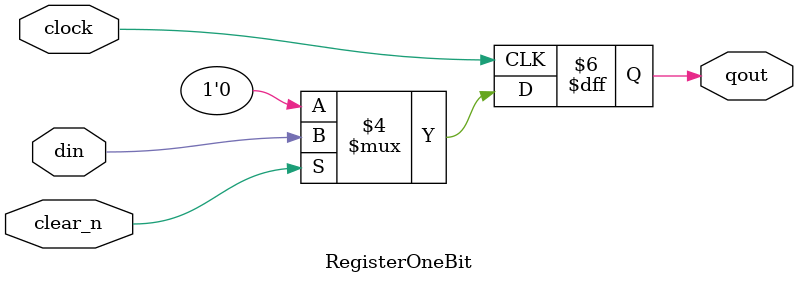
<source format=sv>
/*
 * Disclaimer: This file is entirely property of OSU EECS and the Digital Logic Design Labratory.
 * One bit register (DFF).  On the rising edge of the `clock`
 * signal, the value of `d` is copied to `q` if `clear_n` is
 * high (inactive).  If `clear_n` is low (active), set the value
 * of `q` to 0.
 */
 
 module RegisterOneBit(
	input logic clock,
	input logic clear_n, 
	input logic din, 
	output logic qout
	);
	
	always_ff @(posedge clock) begin
	//If clear_n is 0, set bit to zero. 
		if (!clear_n) begin
			qout <= 0;
		end else begin 
			qout <= din; 
		end
	end
endmodule

</source>
